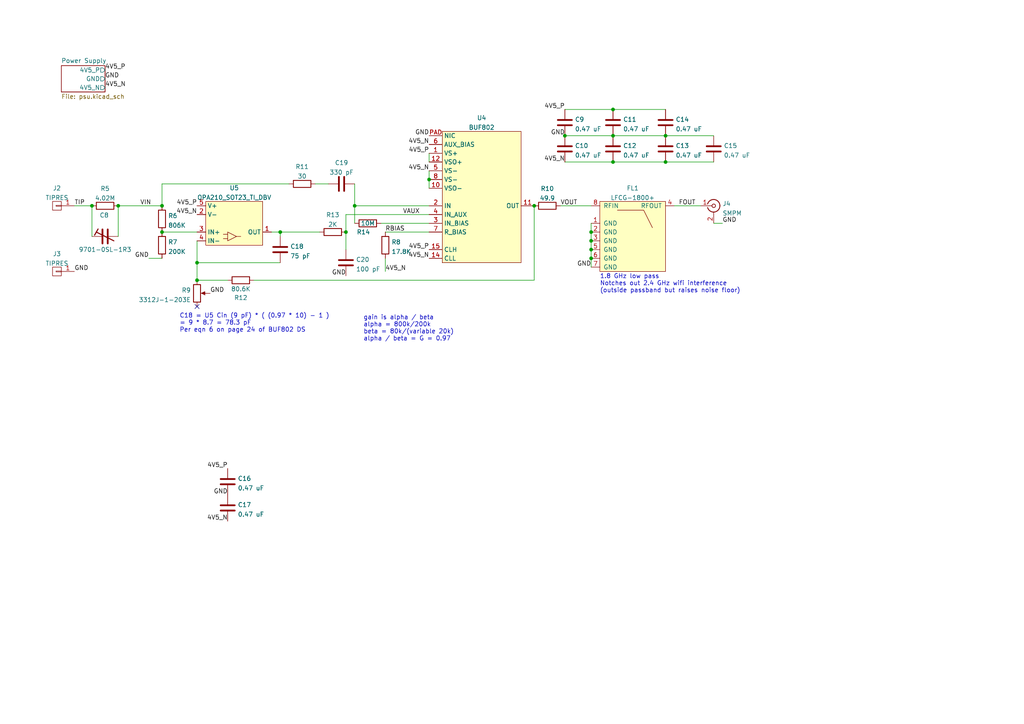
<source format=kicad_sch>
(kicad_sch (version 20211123) (generator eeschema)
  (paper "A4")
  (title_block (title "AKL-AV1 High Impedance Active Voltage Probe") (date "2022-07-16") (rev "0.4") (company "Antikernel Labs") (comment 1 "Andrew D. Zonenberg"))
  (lib_symbols
    (symbol "analog-azonenberg:BUF802"
      (property "Reference" "U" (at 0 -2.54 0))
      (property "Value" "BUF802" (at 0 -5.08 0))
      (symbol "BUF802_0_1"
        (rectangle (start 0 38.1) (end 22.86 0) (stroke (width 0.1524)) (fill (type background)))
      )
      (symbol "BUF802_1_1"
        (pin power_in line (at -3.81 31.75 0) (length 3.81) (name "VS+") (number "1"))
        (pin power_in line (at -3.81 21.59 0) (length 3.81) (name "VSO-") (number "10"))
        (pin output line (at 26.67 16.51 180) (length 3.81) (name "OUT") (number "11"))
        (pin power_in line (at -3.81 29.21 0) (length 3.81) (name "VSO+") (number "12"))
        (pin input line (at -3.81 1.27 0) (length 3.81) (name "CLL") (number "14"))
        (pin input line (at -3.81 3.81 0) (length 3.81) (name "CLH") (number "15"))
        (pin input line (at -3.81 16.51 0) (length 3.81) (name "IN") (number "2"))
        (pin input line (at -3.81 11.43 0) (length 3.81) (name "IN_BIAS") (number "3"))
        (pin input line (at -3.81 13.97 0) (length 3.81) (name "IN_AUX") (number "4"))
        (pin power_in line (at -3.81 26.67 0) (length 3.81) (name "VS-") (number "5"))
        (pin power_in line (at -3.81 34.29 0) (length 3.81) (name "AUX_BIAS") (number "6"))
        (pin input line (at -3.81 8.89 0) (length 3.81) (name "R_BIAS") (number "7"))
        (pin power_in line (at -3.81 24.13 0) (length 3.81) (name "VS-") (number "8"))
        (pin free line (at -3.81 36.83 0) (length 3.81) (name "NIC") (number "PAD"))
      )
    )
    (symbol "analog-azonenberg:FILTER_MINICIRCUITS_LFCG" (pin_names (offset 1.016))
      (property "Reference" "FL" (at 0 -1.27 0))
      (property "Value" "FILTER_MINICIRCUITS_LFCG" (at 0 -3.81 0))
      (symbol "FILTER_MINICIRCUITS_LFCG_0_1"
        (rectangle (start -10.16 20.32) (end 8.89 0) (fill (type background)))
        (polyline (pts (xy -5.08 17.78) (xy 2.54 17.78) (xy 5.08 12.7)))
      )
      (symbol "FILTER_MINICIRCUITS_LFCG_1_1"
        (pin power_in line (at -12.7 13.97 0) (length 2.54) (name "GND") (number "1"))
        (pin power_in line (at -12.7 11.43 0) (length 2.54) (name "GND") (number "2"))
        (pin power_in line (at -12.7 8.89 0) (length 2.54) (name "GND") (number "3"))
        (pin output line (at 11.43 19.05 180) (length 2.54) (name "RFOUT") (number "4"))
        (pin power_in line (at -12.7 6.35 0) (length 2.54) (name "GND") (number "5"))
        (pin power_in line (at -12.7 3.81 0) (length 2.54) (name "GND") (number "6"))
        (pin power_in line (at -12.7 1.27 0) (length 2.54) (name "GND") (number "7"))
        (pin input line (at -12.7 19.05 0) (length 2.54) (name "RFIN") (number "8"))
      )
    )
    (symbol "analog-azonenberg:OPA210_SOT23_TI_DBV"
      (property "Reference" "U" (at 0 -1.27 0))
      (property "Value" "OPA210_SOT23_TI_DBV" (at 0 -3.81 0))
      (symbol "OPA210_SOT23_TI_DBV_0_1"
        (polyline (pts (xy 6.35 1.905) (xy 5.08 1.905)) (stroke (width 0.1524)))
        (polyline (pts (xy 6.35 3.175) (xy 5.08 3.175)) (stroke (width 0.1524)))
        (polyline (pts (xy 8.89 2.54) (xy 10.16 2.54)) (stroke (width 0.1524)))
        (polyline (pts (xy 6.35 3.81) (xy 6.35 1.27) (xy 8.89 2.54) (xy 6.35 3.81)) (stroke (width 0.1524)))
        (rectangle (start 0 12.7) (end 16.51 0) (stroke (width 0.1524)) (fill (type background)))
      )
      (symbol "OPA210_SOT23_TI_DBV_1_1"
        (pin output line (at 19.05 3.81 180) (length 2.54) (name "OUT") (number "1"))
        (pin power_in line (at -2.54 8.89 0) (length 2.54) (name "V-") (number "2"))
        (pin input line (at -2.54 3.81 0) (length 2.54) (name "IN+") (number "3"))
        (pin input line (at -2.54 1.27 0) (length 2.54) (name "IN-") (number "4"))
        (pin power_in line (at -2.54 11.43 0) (length 2.54) (name "V+") (number "5"))
      )
    )
    (symbol "conn:CONN_01X01" (pin_names (offset 1.016) hide)
      (property "Reference" "J" (at 0 2.54 0))
      (property "Value" "CONN_01X01" (at 2.54 0 90))
      (symbol "CONN_01X01_0_1"
        (rectangle (start -1.27 0.127) (end 0.254 -0.127))
        (rectangle (start -1.27 1.27) (end 1.27 -1.27))
      )
      (symbol "CONN_01X01_1_1"
        (pin passive line (at -5.08 0 0) (length 3.81) (name "P1") (number "1"))
      )
    )
    (symbol "conn:CONN_COAXIAL" (pin_names (offset 1.016) hide)
      (property "Reference" "J" (at 0.254 3.048 0))
      (property "Value" "CONN_COAXIAL" (at 2.921 0 90))
      (symbol "CONN_COAXIAL_0_1"
        (arc (start -1.778 -0.508) (mid 0.222 -1.808) (end 1.778 0) (stroke (width 0.254)))
        (polyline (pts (xy -1.27 0) (xy -0.508 0)))
        (polyline (pts (xy 0 -2.54) (xy 0 -1.778)))
        (circle (center 0 0) (radius 0.508) (stroke (width 0.2032)))
        (arc (start 1.778 0) (mid 0.222 1.8083) (end -1.778 0.508) (stroke (width 0.254)))
      )
      (symbol "CONN_COAXIAL_1_1"
        (pin passive line (at -3.81 0 0) (length 2.54) (name "In") (number "1"))
        (pin passive line (at 0 -5.08 90) (length 2.54) (name "Ext") (number "2"))
      )
    )
    (symbol "device:C" (pin_numbers hide) (pin_names (offset 0.254))
      (property "Reference" "C" (at 0.635 2.54 0))
      (property "Value" "C" (at 0.635 -2.54 0))
      (symbol "C_0_1"
        (polyline (pts (xy -2.032 -0.762) (xy 2.032 -0.762)) (stroke (width 0.508)))
        (polyline (pts (xy -2.032 0.762) (xy 2.032 0.762)) (stroke (width 0.508)))
      )
      (symbol "C_1_1"
        (pin passive line (at 0 3.81 270) (length 2.794) (name "~") (number "1"))
        (pin passive line (at 0 -3.81 90) (length 2.794) (name "~") (number "2"))
      )
    )
    (symbol "device:CTRIM" (pin_numbers hide) (pin_names (offset 0.254) hide)
      (property "Reference" "C" (at 1.524 -2.032 0))
      (property "Value" "CTRIM" (at 3.048 -3.556 0))
      (symbol "CTRIM_0_1"
        (polyline (pts (xy -2.032 -0.762) (xy 2.032 -0.762)) (stroke (width 0.508)))
        (polyline (pts (xy -2.032 0.762) (xy 2.032 0.762)) (stroke (width 0.508)))
        (polyline (pts (xy 1.27 2.54) (xy -1.27 -2.54)) (stroke (width 0.3048)))
        (polyline (pts (xy 1.27 2.54) (xy 0.381 3.048)) (stroke (width 0.3048)))
        (polyline (pts (xy 1.27 2.54) (xy 2.159 2.032)) (stroke (width 0.3048)))
      )
      (symbol "CTRIM_1_1"
        (pin passive line (at 0 3.81 270) (length 3.048) (name "~") (number "1"))
        (pin passive line (at 0 -3.81 90) (length 3.048) (name "~") (number "2"))
      )
    )
    (symbol "device:POT" (pin_numbers hide) (pin_names (offset 1.016) hide)
      (property "Reference" "RV" (at -4.445 0 90))
      (property "Value" "POT" (at -2.54 0 90))
      (symbol "POT_0_1"
        (polyline (pts (xy 2.54 0) (xy 1.524 0)))
        (polyline (pts (xy 1.143 0) (xy 2.286 0.508) (xy 2.286 -0.508)) (fill (type outline)))
        (rectangle (start 1.016 2.54) (end -1.016 -2.54) (stroke (width 0.254)))
      )
      (symbol "POT_1_1"
        (pin passive line (at 0 3.81 270) (length 1.27) (name "1") (number "1"))
        (pin passive line (at 3.81 0 180) (length 1.27) (name "2") (number "2"))
        (pin passive line (at 0 -3.81 90) (length 1.27) (name "3") (number "3"))
      )
    )
    (symbol "device:R" (pin_numbers hide) (pin_names (offset 0))
      (property "Reference" "R" (at 2.032 0 90))
      (property "Value" "R" (at 0 0 90))
      (symbol "R_0_1"
        (rectangle (start -1.016 -2.54) (end 1.016 2.54) (stroke (width 0.254)))
      )
      (symbol "R_1_1"
        (pin passive line (at 0 3.81 270) (length 1.27) (name "~") (number "1"))
        (pin passive line (at 0 -3.81 90) (length 1.27) (name "~") (number "2"))
      )
    )
  )
  (junction (at 171.45 69.85))
  (junction (at 34.29 59.69))
  (junction (at 171.45 72.39))
  (junction (at 57.15 81.28))
  (junction (at 171.45 67.31))
  (junction (at 46.99 67.31))
  (junction (at 154.94 59.69))
  (junction (at 124.46 52.07))
  (junction (at 177.8 46.99))
  (junction (at 171.45 74.93))
  (junction (at 177.8 39.37))
  (junction (at 163.83 39.37))
  (junction (at 193.04 39.37))
  (junction (at 57.15 76.2))
  (junction (at 177.8 31.75))
  (junction (at 100.33 67.31))
  (junction (at 26.67 59.69))
  (junction (at 102.87 59.69))
  (junction (at 193.04 46.99))
  (junction (at 46.99 59.69))
  (junction (at 81.28 67.31))
  (no_connect (at 57.15 88.9))
  (wire (pts (xy 124.46 49.53) (xy 124.46 52.07)))
  (wire (pts (xy 57.15 76.2) (xy 81.28 76.2)))
  (wire (pts (xy 34.29 59.69) (xy 46.99 59.69)))
  (wire (pts (xy 102.87 59.69) (xy 124.46 59.69)))
  (wire (pts (xy 207.01 64.77) (xy 209.55 64.77)))
  (wire (pts (xy 163.83 31.75) (xy 177.8 31.75)))
  (wire (pts (xy 162.56 59.69) (xy 171.45 59.69)))
  (wire (pts (xy 163.83 39.37) (xy 177.8 39.37)))
  (wire (pts (xy 73.66 81.28) (xy 154.94 81.28)))
  (wire (pts (xy 46.99 53.34) (xy 46.99 59.69)))
  (wire (pts (xy 111.76 74.93) (xy 111.76 78.74)))
  (wire (pts (xy 57.15 69.85) (xy 57.15 76.2)))
  (wire (pts (xy 102.87 53.34) (xy 102.87 59.69)))
  (wire (pts (xy 81.28 67.31) (xy 81.28 68.58)))
  (wire (pts (xy 171.45 64.77) (xy 171.45 67.31)))
  (wire (pts (xy 171.45 74.93) (xy 171.45 77.47)))
  (wire (pts (xy 163.83 46.99) (xy 177.8 46.99)))
  (wire (pts (xy 177.8 39.37) (xy 193.04 39.37)))
  (wire (pts (xy 171.45 69.85) (xy 171.45 72.39)))
  (wire (pts (xy 124.46 62.23) (xy 100.33 62.23)))
  (wire (pts (xy 102.87 59.69) (xy 102.87 64.77)))
  (wire (pts (xy 195.58 59.69) (xy 203.2 59.69)))
  (wire (pts (xy 21.59 59.69) (xy 26.67 59.69)))
  (wire (pts (xy 57.15 81.28) (xy 66.04 81.28)))
  (wire (pts (xy 78.74 67.31) (xy 81.28 67.31)))
  (wire (pts (xy 83.82 53.34) (xy 46.99 53.34)))
  (wire (pts (xy 57.15 76.2) (xy 57.15 81.28)))
  (wire (pts (xy 171.45 72.39) (xy 171.45 74.93)))
  (wire (pts (xy 177.8 46.99) (xy 193.04 46.99)))
  (wire (pts (xy 81.28 67.31) (xy 92.71 67.31)))
  (wire (pts (xy 46.99 67.31) (xy 57.15 67.31)))
  (wire (pts (xy 193.04 46.99) (xy 207.01 46.99)))
  (wire (pts (xy 124.46 52.07) (xy 124.46 54.61)))
  (wire (pts (xy 177.8 31.75) (xy 193.04 31.75)))
  (wire (pts (xy 34.29 59.69) (xy 34.29 68.58)))
  (wire (pts (xy 110.49 64.77) (xy 124.46 64.77)))
  (wire (pts (xy 154.94 81.28) (xy 154.94 59.69)))
  (wire (pts (xy 171.45 67.31) (xy 171.45 69.85)))
  (wire (pts (xy 124.46 44.45) (xy 124.46 46.99)))
  (wire (pts (xy 91.44 53.34) (xy 95.25 53.34)))
  (wire (pts (xy 26.67 59.69) (xy 26.67 68.58)))
  (wire (pts (xy 193.04 39.37) (xy 207.01 39.37)))
  (wire (pts (xy 100.33 67.31) (xy 100.33 72.39)))
  (wire (pts (xy 100.33 62.23) (xy 100.33 67.31)))
  (wire (pts (xy 43.18 74.93) (xy 46.99 74.93)))
  (wire (pts (xy 111.76 67.31) (xy 124.46 67.31)))
  (text "C18 = U5 Cin (9 pF) * ( (0.97 * 10) - 1 )\n= 9 * 8.7 = 78.3 pF\nPer eqn 6 on page 24 of BUF802 DS" (at 52.07 96.52 0) (effects (font (size 1.27 1.27)) (justify left bottom)))
  (text "gain is alpha / beta\nalpha = 800k/200k\nbeta = 80k/(variable 20k)\nalpha / beta = G = 0.97" (at 105.41 99.06 0) (effects (font (size 1.27 1.27)) (justify left bottom)))
  (text "1.8 GHz low pass\nNotches out 2.4 GHz wifi interference\n(outside passband but raises noise floor)" (at 173.99 85.09 0) (effects (font (size 1.27 1.27)) (justify left bottom)))
  (label "4V5_N" (at 30.48 25.4 0))
  (label "4V5_N" (at 163.83 46.99 180))
  (label "4V5_P" (at 163.83 31.75 180))
  (label "GND" (at 100.33 80.01 180))
  (label "VAUX" (at 116.84 62.23 0))
  (label "GND" (at 21.59 78.74 0))
  (label "GND" (at 209.55 64.77 0))
  (label "GND" (at 60.96 85.09 0))
  (label "GND" (at 43.18 74.93 180))
  (label "4V5_P" (at 124.46 72.39 180))
  (label "4V5_P" (at 57.15 59.69 180))
  (label "GND" (at 66.04 143.51 180))
  (label "4V5_P" (at 66.04 135.89 180))
  (label "4V5_N" (at 57.15 62.23 180))
  (label "4V5_N" (at 111.76 78.74 0))
  (label "4V5_N" (at 124.46 74.93 180))
  (label "4V5_P" (at 124.46 44.45 180))
  (label "4V5_N" (at 124.46 41.91 180))
  (label "4V5_N" (at 124.46 49.53 180))
  (label "GND" (at 171.45 77.47 180))
  (label "GND" (at 30.48 22.86 0))
  (label "FOUT" (at 196.85 59.69 0))
  (label "GND" (at 124.46 39.37 180))
  (label "TIP" (at 21.59 59.69 0))
  (label "GND" (at 163.83 39.37 180))
  (label "4V5_P" (at 30.48 20.32 0))
  (label "VOUT" (at 162.56 59.69 0))
  (label "VIN" (at 40.64 59.69 0))
  (label "RBIAS" (at 111.76 67.31 0))
  (label "4V5_N" (at 66.04 151.13 180))
  (symbol (lib_id "device:C") (at 177.8 35.56 0) (unit 1)
    (property "Reference" "C11" (at 180.721 34.6515 0) (effects (justify left)))
    (property "Value" "0.47 uF" (at 180.721 37.4266 0) (effects (justify left)))
    (property "Footprint" "azonenberg_pcb:EIA_0402_CAP_NOSILK" (effects hide))
  )
  (symbol (lib_id "device:C") (at 81.28 72.39 180) (unit 1)
    (property "Reference" "C18" (at 84.201 71.4815 0) (effects (justify right)))
    (property "Value" "75 pF" (at 84.201 74.2566 0) (effects (justify right)))
    (property "Footprint" "azonenberg_pcb:EIA_0402_CAP_NOSILK" (effects hide))
  )
  (symbol (lib_id "device:R") (at 87.63 53.34 90) (unit 1)
    (property "Reference" "R11" (at 87.63 48.3575 90))
    (property "Value" "30" (at 87.63 51.1326 90))
    (property "Footprint" "azonenberg_pcb:EIA_0402_RES_NOSILK" (effects hide))
  )
  (symbol (lib_id "device:C") (at 207.01 43.18 0) (unit 1)
    (property "Reference" "C15" (at 209.931 42.2715 0) (effects (justify left)))
    (property "Value" "0.47 uF" (at 209.931 45.0466 0) (effects (justify left)))
    (property "Footprint" "azonenberg_pcb:EIA_0402_CAP_NOSILK" (effects hide))
  )
  (symbol (lib_id "analog-azonenberg:FILTER_MINICIRCUITS_LFCG") (at 184.15 78.74 0) (unit 1)
    (property "Reference" "FL1" (at 183.515 54.5805 0))
    (property "Value" "LFCG-1800+" (at 183.515 57.3556 0))
    (property "Footprint" "azonenberg_pcb:FILTER_MINICIRCUITS_LFCG" (effects hide))
  )
  (symbol (lib_id "device:C") (at 100.33 76.2 0) (unit 1)
    (property "Reference" "C20" (at 103.251 75.2915 0) (effects (justify left)))
    (property "Value" "100 pF" (at 103.251 78.0666 0) (effects (justify left)))
    (property "Footprint" "azonenberg_pcb:EIA_0402_CAP_NOSILK" (effects hide))
  )
  (symbol (lib_id "device:R") (at 46.99 71.12 0) (unit 1)
    (property "Reference" "R7" (at 48.768 70.2115 0) (effects (justify left)))
    (property "Value" "200K" (at 48.768 72.9866 0) (effects (justify left)))
    (property "Footprint" "azonenberg_pcb:EIA_0402_RES_NOSILK" (effects hide))
  )
  (symbol (lib_id "device:R") (at 106.68 64.77 90) (unit 1)
    (property "Reference" "R14" (at 105.41 67.31 90))
    (property "Value" "10M" (at 106.68 64.77 90))
    (property "Footprint" "azonenberg_pcb:EIA_0402_RES_NOSILK" (effects hide))
  )
  (symbol (lib_id "device:R") (at 69.85 81.28 90) (unit 1)
    (property "Reference" "R12" (at 69.85 86.36 90))
    (property "Value" "80.6K" (at 69.85 83.82 90))
    (property "Footprint" "azonenberg_pcb:EIA_0402_RES_NOSILK" (effects hide))
  )
  (symbol (lib_id "device:C") (at 177.8 43.18 0) (unit 1)
    (property "Reference" "C12" (at 180.721 42.2715 0) (effects (justify left)))
    (property "Value" "0.47 uF" (at 180.721 45.0466 0) (effects (justify left)))
    (property "Footprint" "azonenberg_pcb:EIA_0402_CAP_NOSILK" (effects hide))
  )
  (symbol (lib_id "device:R") (at 96.52 67.31 90) (unit 1)
    (property "Reference" "R13" (at 96.52 62.3275 90))
    (property "Value" "2K" (at 96.52 65.1026 90))
    (property "Footprint" "azonenberg_pcb:EIA_0402_RES_NOSILK" (effects hide))
  )
  (symbol (lib_id "device:R") (at 158.75 59.69 90) (unit 1)
    (property "Reference" "R10" (at 158.75 54.7075 90))
    (property "Value" "49.9" (at 158.75 57.4826 90))
    (property "Footprint" "azonenberg_pcb:EIA_0402_RES_NOSILK" (effects hide))
  )
  (symbol (lib_id "conn:CONN_COAXIAL") (at 207.01 59.69 0) (unit 1)
    (property "Reference" "J4" (at 209.55 59.0747 0) (effects (justify left)))
    (property "Value" "SMPM" (at 209.55 61.8498 0) (effects (justify left)))
    (property "Footprint" "azonenberg_pcb:CONN_SMPM_AMPHENOL_925-169J-51PT_SHORT" (effects hide))
  )
  (symbol (lib_id "device:R") (at 46.99 63.5 0) (unit 1)
    (property "Reference" "R6" (at 48.768 62.5915 0) (effects (justify left)))
    (property "Value" "806K" (at 48.768 65.3666 0) (effects (justify left)))
    (property "Footprint" "azonenberg_pcb:EIA_0402_RES_NOSILK" (effects hide))
  )
  (symbol (lib_id "device:C") (at 193.04 43.18 0) (unit 1)
    (property "Reference" "C13" (at 195.961 42.2715 0) (effects (justify left)))
    (property "Value" "0.47 uF" (at 195.961 45.0466 0) (effects (justify left)))
    (property "Footprint" "azonenberg_pcb:EIA_0402_CAP_NOSILK" (effects hide))
  )
  (symbol (lib_id "analog-azonenberg:OPA210_SOT23_TI_DBV") (at 59.69 71.12 0) (unit 1)
    (property "Reference" "U5" (at 67.945 54.5043 0))
    (property "Value" "OPA210_SOT23_TI_DBV" (at 67.945 57.2794 0))
    (property "Footprint" "azonenberg_pcb:SOT23_5" (effects hide))
  )
  (symbol (lib_id "device:C") (at 163.83 35.56 0) (unit 1)
    (property "Reference" "C9" (at 166.751 34.6515 0) (effects (justify left)))
    (property "Value" "0.47 uF" (at 166.751 37.4266 0) (effects (justify left)))
    (property "Footprint" "azonenberg_pcb:EIA_0402_CAP_NOSILK" (effects hide))
  )
  (symbol (lib_id "device:POT") (at 57.15 85.09 0) (unit 1)
    (property "Reference" "R9" (at 55.372 84.1815 0) (effects (justify right)))
    (property "Value" "3312J-1-203E" (at 55.372 86.9566 0) (effects (justify right)))
    (property "Footprint" "azonenberg_pcb:RES_TRIM_BOURNS_3312" (effects hide))
  )
  (symbol (lib_id "device:C") (at 99.06 53.34 90) (unit 1)
    (property "Reference" "C19" (at 99.06 47.2145 90))
    (property "Value" "330 pF" (at 99.06 49.9896 90))
    (property "Footprint" "azonenberg_pcb:EIA_0402_CAP_NOSILK" (effects hide))
  )
  (symbol (lib_id "analog-azonenberg:BUF802") (at 128.27 76.2 0) (unit 1)
    (property "Reference" "U4" (at 139.7 34.1843 0))
    (property "Value" "BUF802" (at 139.7 36.9594 0))
    (property "Footprint" "azonenberg_pcb:QFN_16_0.5MM_3x3MM" (effects hide))
  )
  (symbol (lib_id "conn:CONN_01X01") (at 16.51 78.74 180) (unit 1)
    (property "Reference" "J3" (at 16.51 73.6305 0))
    (property "Value" "TIPRES" (at 16.51 76.4056 0))
    (property "Footprint" "azonenberg_pcb:EDGELAUNCH_350UM" (effects hide))
  )
  (symbol (lib_id "device:C") (at 163.83 43.18 0) (unit 1)
    (property "Reference" "C10" (at 166.751 42.2715 0) (effects (justify left)))
    (property "Value" "0.47 uF" (at 166.751 45.0466 0) (effects (justify left)))
    (property "Footprint" "azonenberg_pcb:EIA_0402_CAP_NOSILK" (effects hide))
  )
  (symbol (lib_id "device:CTRIM") (at 30.48 68.58 90) (unit 1)
    (property "Reference" "C8" (at 30.226 62.4291 90))
    (property "Value" "9701-0SL-1R3" (at 30.48 72.39 90))
    (property "Footprint" "azonenberg_pcb:CAP_TRIM_KNOWLES_9701_xSL-1" (effects hide))
  )
  (symbol (lib_id "device:C") (at 193.04 35.56 0) (unit 1)
    (property "Reference" "C14" (at 195.961 34.6515 0) (effects (justify left)))
    (property "Value" "0.47 uF" (at 195.961 37.4266 0) (effects (justify left)))
    (property "Footprint" "azonenberg_pcb:EIA_0402_CAP_NOSILK" (effects hide))
  )
  (symbol (lib_id "device:C") (at 66.04 139.7 0) (unit 1)
    (property "Reference" "C16" (at 68.961 138.7915 0) (effects (justify left)))
    (property "Value" "0.47 uF" (at 68.961 141.5666 0) (effects (justify left)))
    (property "Footprint" "azonenberg_pcb:EIA_0402_CAP_NOSILK" (effects hide))
  )
  (symbol (lib_id "device:R") (at 111.76 71.12 180) (unit 1)
    (property "Reference" "R8" (at 113.538 70.2115 0) (effects (justify right)))
    (property "Value" "17.8K" (at 113.538 72.9866 0) (effects (justify right)))
    (property "Footprint" "azonenberg_pcb:EIA_0402_RES_NOSILK" (effects hide))
  )
  (symbol (lib_id "device:C") (at 66.04 147.32 0) (unit 1)
    (property "Reference" "C17" (at 68.961 146.4115 0) (effects (justify left)))
    (property "Value" "0.47 uF" (at 68.961 149.1866 0) (effects (justify left)))
    (property "Footprint" "azonenberg_pcb:EIA_0402_CAP_NOSILK" (effects hide))
  )
  (symbol (lib_id "conn:CONN_01X01") (at 16.51 59.69 180) (unit 1)
    (property "Reference" "J2" (at 16.51 54.5805 0))
    (property "Value" "TIPRES" (at 16.51 57.3556 0))
    (property "Footprint" "azonenberg_pcb:EDGELAUNCH_350UM" (effects hide))
  )
  (symbol (lib_id "device:R") (at 30.48 59.69 90) (unit 1)
    (property "Reference" "R5" (at 30.48 54.7075 90))
    (property "Value" "4.02M" (at 30.48 57.4826 90))
    (property "Footprint" "azonenberg_pcb:EIA_0402_RES_NOSILK" (effects hide))
  )
  (sheet (at 17.78 19.05) (size 12.7 7.62) (stroke (width 0.1524))
    (property "Sheet name" "Power Supply" (at 17.78 18.3384 0) (effects (justify left bottom)))
    (property "Sheet file" "psu.kicad_sch" (at 17.78 27.2546 0) (effects (justify left top)))
    (pin "GND" output (at 30.48 22.86 0))
    (pin "4V5_P" output (at 30.48 20.32 0))
    (pin "4V5_N" output (at 30.48 25.4 0))
  )
)
</source>
